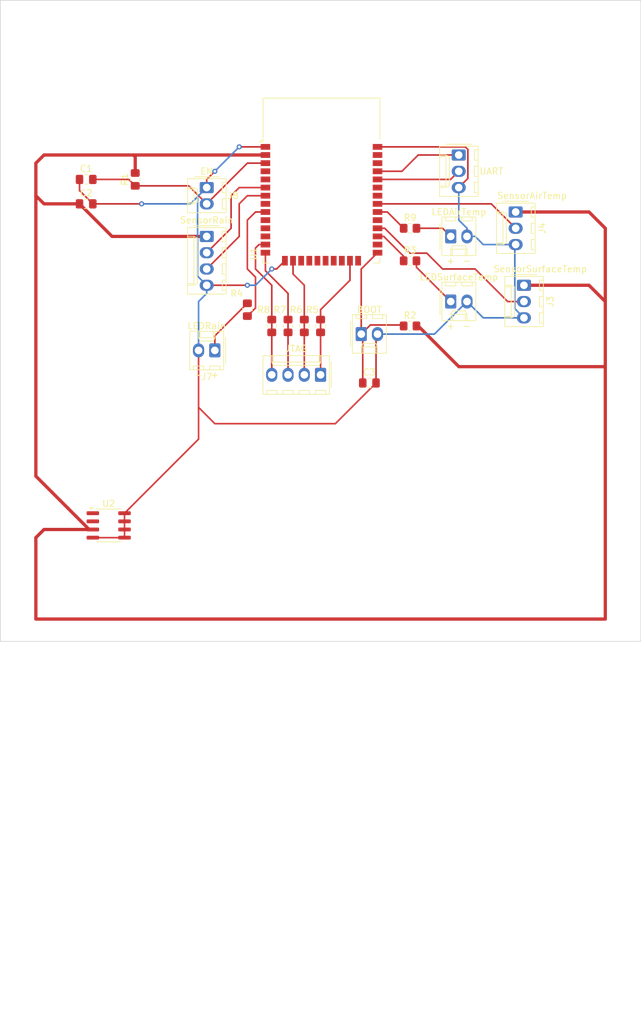
<source format=kicad_pcb>
(kicad_pcb (version 20241229) (generator "pcbnew") (generator_version "9.0")
  (layers (0 "F.Cu" signal) (2 "B.Cu" signal) (13 "F.Paste" user) (15 "B.Paste" user) (5 "F.SilkS" user "F.Silkscreen") (7 "B.SilkS" user "B.Silkscreen") (1 "F.Mask" user) (3 "B.Mask" user) (25 "Edge.Cuts" user))
  (net 0 "")
  (net 1 "GND")
  (net 2 "/EN")
  (net 3 "+3.3V")
  (net 4 "/BOOT")
  (net 5 "/TX")
  (net 6 "/RX")
  (net 7 "/MTDO")
  (net 8 "/MTCK")
  (net 9 "/MTDI")
  (net 10 "/MTMS")
  (net 11 "Net-(J6-Pin_1)")
  (net 12 "Net-(J7-Pin_1)")
  (net 27 "Net-(J10-Pin_1)")
  (net 28 "/DigitalRain")
  (net 29 "/GPIOTempSurface")
  (net 30 "/GPIOTempAir")
  (net 31 "/GPIOTempSurfaceLED")
  (net 32 "/GPIORainLED")
  (net 33 "/GPIOTempAirLED")
  (net 34 "/AnalogRain")
  (net 39 "Net-(D1-K)")
  (net 40 "/MOSFETCONTROL")
  (net 41 "+24V")
  (footprint "Connector_Molex:Molex_KK-254_AE-6410-04A_1x04_P2.54mm_Vertical" (layer "F.Cu") (at 128.27 80.01 -90)
    (property "Reference" "J2" (hide yes))
    (property "Value" "RainSensor")
    (property "Field4" "SensorRain" (at -2.54 0 0) (layer "F.SilkS"))
    (pad "1" thru_hole roundrect (at 0 0 270) (size 1.74 2.19) (drill 1.19) (layers "*.Cu" "*.Mask") (roundrect_rratio 0.143678) (net 3 "+3.3V"))
    (pad "2" thru_hole oval (at 2.54 0 270) (size 1.74 2.19) (drill 1.19) (layers "*.Cu" "*.Mask") (net 28 "/DigitalRain"))
    (pad "3" thru_hole oval (at 5.08 0 270) (size 1.74 2.19) (drill 1.19) (layers "*.Cu" "*.Mask") (net 34 "/AnalogRain"))
    (pad "4" thru_hole oval (at 7.62 0 270) (size 1.74 2.19) (drill 1.19) (layers "*.Cu" "*.Mask") (net 1 "GND"))
  )
  (footprint "Resistor_SMD:R_0805_2012Metric_Pad1.20x1.40mm_HandSolder" (layer "F.Cu") (at 160.02 93.98)
    (property "Reference" "R2" (at 0 -1.65 0) (layer "F.SilkS"))
    (property "Value" "10k")
    (pad "1" smd roundrect (at -1 0) (size 1.2 1.4) (layers "F.Cu" "F.Mask" "F.Paste") (roundrect_rratio 0.208333) (net 4 "/BOOT"))
    (pad "2" smd roundrect (at 1 0) (size 1.2 1.4) (layers "F.Cu" "F.Mask" "F.Paste") (roundrect_rratio 0.208333) (net 3 "+3.3V"))
  )
  (footprint "Connector_Molex:Molex_KK-254_AE-6410-02A_1x02_P2.54mm_Vertical" (layer "F.Cu") (at 129.54 97.79 180)
    (property "Reference" "J7" (at 1.27 -4.12 0) (layer "F.SilkS"))
    (property "Value" "RainSensor LED")
    (property "Field4" "LEDRain" (at 1.27 3.81 0) (layer "F.SilkS"))
    (property "Field5" "+" (at 0 -3.81 0) (layer "F.SilkS"))
    (property "Field6" "-" (at 2.54 -3.81 0) (layer "F.SilkS"))
    (pad "1" thru_hole roundrect (at 0 0 180) (size 1.74 2.19) (drill 1.19) (layers "*.Cu" "*.Mask") (roundrect_rratio 0.143678) (net 12 "Net-(J7-Pin_1)"))
    (pad "2" thru_hole oval (at 2.54 0 180) (size 1.74 2.19) (drill 1.19) (layers "*.Cu" "*.Mask") (net 1 "GND"))
  )
  (footprint "Connector_Molex:Molex_KK-254_AE-6410-03A_1x03_P2.54mm_Vertical" (layer "F.Cu") (at 177.8 87.63 -90)
    (property "Reference" "J3" (at 2.54 -4.12 90) (layer "F.SilkS"))
    (property "Value" "TemperatureSurface")
    (property "Field4" "SensorSurfaceTemp" (at -2.54 -2.54 0) (layer "F.SilkS"))
    (pad "1" thru_hole roundrect (at 0 0 270) (size 1.74 2.19) (drill 1.19) (layers "*.Cu" "*.Mask") (roundrect_rratio 0.143678) (net 3 "+3.3V"))
    (pad "2" thru_hole oval (at 2.54 0 270) (size 1.74 2.19) (drill 1.19) (layers "*.Cu" "*.Mask") (net 29 "/GPIOTempSurface"))
    (pad "3" thru_hole oval (at 5.08 0 270) (size 1.74 2.19) (drill 1.19) (layers "*.Cu" "*.Mask") (net 1 "GND"))
  )
  (footprint "Capacitor_SMD:C_0805_2012Metric_Pad1.18x1.45mm_HandSolder" (layer "F.Cu") (at 109.4525 71.12)
    (property "Reference" "C1" (at 0 -1.68 0) (layer "F.SilkS"))
    (property "Value" "1uF")
    (pad "1" smd roundrect (at -1.0375 0) (size 1.175 1.45) (layers "F.Cu" "F.Mask" "F.Paste") (roundrect_rratio 0.212766) (net 1 "GND"))
    (pad "2" smd roundrect (at 1.0375 0) (size 1.175 1.45) (layers "F.Cu" "F.Mask" "F.Paste") (roundrect_rratio 0.212766) (net 2 "/EN"))
  )
  (footprint "Resistor_SMD:R_0805_2012Metric_Pad1.20x1.40mm_HandSolder" (layer "F.Cu") (at 117.11 71.12 90)
    (property "Reference" "R1" (at 0 -1.65 90) (layer "F.SilkS"))
    (property "Value" "10k")
    (pad "1" smd roundrect (at -1 0 90) (size 1.2 1.4) (layers "F.Cu" "F.Mask" "F.Paste") (roundrect_rratio 0.208333) (net 2 "/EN"))
    (pad "2" smd roundrect (at 1 0 90) (size 1.2 1.4) (layers "F.Cu" "F.Mask" "F.Paste") (roundrect_rratio 0.208333) (net 3 "+3.3V"))
  )
  (footprint "Connector_Molex:Molex_KK-254_AE-6410-02A_1x02_P2.54mm_Vertical" (layer "F.Cu") (at 166.37 80.01)
    (property "Reference" "J10" (hide yes))
    (property "Value" "TempSensorAirLED")
    (property "Field4" "LEDAirTemp" (at 1.27 -3.81 0) (layer "F.SilkS"))
    (property "Field5" "+" (at 0 3.81 0) (layer "F.SilkS"))
    (property "Field6" "-" (at 2.54 3.81 0) (layer "F.SilkS"))
    (pad "1" thru_hole roundrect (at 0 0) (size 1.74 2.19) (drill 1.19) (layers "*.Cu" "*.Mask") (roundrect_rratio 0.143678) (net 27 "Net-(J10-Pin_1)"))
    (pad "2" thru_hole oval (at 2.54 0) (size 1.74 2.19) (drill 1.19) (layers "*.Cu" "*.Mask") (net 1 "GND"))
  )
  (footprint "Resistor_SMD:R_0805_2012Metric_Pad1.20x1.40mm_HandSolder" (layer "F.Cu") (at 146.05 93.98 90)
    (property "Reference" "R5" (at 2.54 -1.27 180) (layer "F.SilkS"))
    (property "Value" "100")
    (pad "1" smd roundrect (at -1 0 90) (size 1.2 1.4) (layers "F.Cu" "F.Mask" "F.Paste") (roundrect_rratio 0.208333) (net 7 "/MTDO"))
    (pad "2" smd roundrect (at 1 0 90) (size 1.2 1.4) (layers "F.Cu" "F.Mask" "F.Paste") (roundrect_rratio 0.208333) (net 7 "/MTDO"))
  )
  (footprint "Connector_Molex:Molex_KK-254_AE-6410-02A_1x02_P2.54mm_Vertical" (layer "F.Cu") (at 166.37 90.17)
    (property "Reference" "J6" (hide yes))
    (property "Value" "TempSensorSurfaceLED")
    (property "Field4" "LEDSurfaceTemp" (at 1.27 -3.81 0) (layer "F.SilkS"))
    (property "Field5" "+" (at 0 3.81 0) (layer "F.SilkS"))
    (property "Field6" "-" (at 2.54 3.81 0) (layer "F.SilkS"))
    (pad "1" thru_hole roundrect (at 0 0) (size 1.74 2.19) (drill 1.19) (layers "*.Cu" "*.Mask") (roundrect_rratio 0.143678) (net 11 "Net-(J6-Pin_1)"))
    (pad "2" thru_hole oval (at 2.54 0) (size 1.74 2.19) (drill 1.19) (layers "*.Cu" "*.Mask") (net 1 "GND"))
  )
  (footprint "Connector_Molex:Molex_KK-254_AE-6410-03A_1x03_P2.54mm_Vertical" (layer "F.Cu") (at 176.51 76.2 -90)
    (property "Reference" "J4" (at 2.54 -4.12 90) (layer "F.SilkS"))
    (property "Value" "TemperatureAir" (hide yes))
    (property "Field4" "SensorAirTemp" (at -2.54 -2.56 0) (layer "F.SilkS"))
    (pad "1" thru_hole roundrect (at 0 0 270) (size 1.74 2.19) (drill 1.19) (layers "*.Cu" "*.Mask") (roundrect_rratio 0.143678) (net 3 "+3.3V"))
    (pad "2" thru_hole oval (at 2.54 0 270) (size 1.74 2.19) (drill 1.19) (layers "*.Cu" "*.Mask") (net 30 "/GPIOTempAir"))
    (pad "3" thru_hole oval (at 5.08 0 270) (size 1.74 2.19) (drill 1.19) (layers "*.Cu" "*.Mask") (net 1 "GND"))
  )
  (footprint "Connector_Molex:Molex_KK-254_AE-6410-02A_1x02_P2.54mm_Vertical" (layer "F.Cu") (at 128.27 72.39 -90)
    (property "Reference" "J8" (at 1.27 -4.12 180) (layer "F.SilkS"))
    (property "Value" "EN_BUTTON")
    (property "Field4" "EN" (at -2.54 0 0) (layer "F.SilkS"))
    (pad "1" thru_hole roundrect (at 0 0 270) (size 1.74 2.19) (drill 1.19) (layers "*.Cu" "*.Mask") (roundrect_rratio 0.143678) (net 1 "GND"))
    (pad "2" thru_hole oval (at 2.54 0 270) (size 1.74 2.19) (drill 1.19) (layers "*.Cu" "*.Mask") (net 2 "/EN"))
  )
  (footprint "Resistor_SMD:R_0805_2012Metric_Pad1.20x1.40mm_HandSolder" (layer "F.Cu") (at 140.97 93.98 90)
    (property "Reference" "R7" (at 2.54 -1.27 180) (layer "F.SilkS"))
    (property "Value" "100")
    (pad "1" smd roundrect (at -1 0 90) (size 1.2 1.4) (layers "F.Cu" "F.Mask" "F.Paste") (roundrect_rratio 0.208333) (net 9 "/MTDI"))
    (pad "2" smd roundrect (at 1 0 90) (size 1.2 1.4) (layers "F.Cu" "F.Mask" "F.Paste") (roundrect_rratio 0.208333) (net 9 "/MTDI"))
  )
  (footprint "Resistor_SMD:R_0805_2012Metric_Pad1.20x1.40mm_HandSolder" (layer "F.Cu") (at 160.02 78.74)
    (property "Reference" "R9" (at 0 -1.65 0) (layer "F.SilkS"))
    (property "Value" "220")
    (pad "1" smd roundrect (at -1 0) (size 1.2 1.4) (layers "F.Cu" "F.Mask" "F.Paste") (roundrect_rratio 0.208333) (net 33 "/GPIOTempAirLED"))
    (pad "2" smd roundrect (at 1 0) (size 1.2 1.4) (layers "F.Cu" "F.Mask" "F.Paste") (roundrect_rratio 0.208333) (net 27 "Net-(J10-Pin_1)"))
  )
  (footprint "RF_Module:ESP32-WROOM-32" (layer "F.Cu") (at 146.19 74.29)
    (property "Reference" "U1" (at -10.61 8.43 90) (layer "F.SilkS"))
    (property "Value" "ESP32-WROOM-32")
    (pad "1" smd rect (at -8.75 -8.25) (size 1.5 0.9) (layers "F.Cu" "F.Mask" "F.Paste") (net 1 "GND"))
    (pad "2" smd rect (at -8.75 -6.98) (size 1.5 0.9) (layers "F.Cu" "F.Mask" "F.Paste") (net 3 "+3.3V"))
    (pad "3" smd rect (at -8.75 -5.71) (size 1.5 0.9) (layers "F.Cu" "F.Mask" "F.Paste") (net 2 "/EN"))
    (pad "4" smd rect (at -8.75 -4.44) (size 1.5 0.9) (layers "F.Cu" "F.Mask" "F.Paste"))
    (pad "5" smd rect (at -8.75 -3.17) (size 1.5 0.9) (layers "F.Cu" "F.Mask" "F.Paste"))
    (pad "6" smd rect (at -8.75 -1.9) (size 1.5 0.9) (layers "F.Cu" "F.Mask" "F.Paste") (net 28 "/DigitalRain"))
    (pad "7" smd rect (at -8.75 -0.63) (size 1.5 0.9) (layers "F.Cu" "F.Mask" "F.Paste") (net 34 "/AnalogRain"))
    (pad "8" smd rect (at -8.75 0.64) (size 1.5 0.9) (layers "F.Cu" "F.Mask" "F.Paste"))
    (pad "9" smd rect (at -8.75 1.91) (size 1.5 0.9) (layers "F.Cu" "F.Mask" "F.Paste") (net 32 "/GPIORainLED"))
    (pad "10" smd rect (at -8.75 3.18) (size 1.5 0.9) (layers "F.Cu" "F.Mask" "F.Paste"))
    (pad "11" smd rect (at -8.75 4.45) (size 1.5 0.9) (layers "F.Cu" "F.Mask" "F.Paste") (net 40 "/MOSFETCONTROL"))
    (pad "12" smd rect (at -8.75 5.72) (size 1.5 0.9) (layers "F.Cu" "F.Mask" "F.Paste"))
    (pad "13" smd rect (at -8.75 6.99) (size 1.5 0.9) (layers "F.Cu" "F.Mask" "F.Paste") (net 10 "/MTMS"))
    (pad "14" smd rect (at -8.75 8.26) (size 1.5 0.9) (layers "F.Cu" "F.Mask" "F.Paste") (net 9 "/MTDI"))
    (pad "15" smd rect (at -5.71 9.51 90) (size 1.5 0.9) (layers "F.Cu" "F.Mask" "F.Paste") (net 1 "GND"))
    (pad "16" smd rect (at -4.44 9.51 90) (size 1.5 0.9) (layers "F.Cu" "F.Mask" "F.Paste") (net 8 "/MTCK"))
    (pad "17" smd rect (at -3.17 9.51 90) (size 1.5 0.9) (layers "F.Cu" "F.Mask" "F.Paste"))
    (pad "18" smd rect (at -1.9 9.51 90) (size 1.5 0.9) (layers "F.Cu" "F.Mask" "F.Paste"))
    (pad "19" smd rect (at -0.63 9.51 90) (size 1.5 0.9) (layers "F.Cu" "F.Mask" "F.Paste"))
    (pad "20" smd rect (at 0.64 9.51 90) (size 1.5 0.9) (layers "F.Cu" "F.Mask" "F.Paste"))
    (pad "21" smd rect (at 1.91 9.51 90) (size 1.5 0.9) (layers "F.Cu" "F.Mask" "F.Paste"))
    (pad "22" smd rect (at 3.18 9.51 90) (size 1.5 0.9) (layers "F.Cu" "F.Mask" "F.Paste"))
    (pad "23" smd rect (at 4.45 9.51 90) (size 1.5 0.9) (layers "F.Cu" "F.Mask" "F.Paste") (net 7 "/MTDO"))
    (pad "24" smd rect (at 5.72 9.51 90) (size 1.5 0.9) (layers "F.Cu" "F.Mask" "F.Paste"))
    (pad "25" smd rect (at 8.75 8.26) (size 1.5 0.9) (layers "F.Cu" "F.Mask" "F.Paste") (net 4 "/BOOT"))
    (pad "26" smd rect (at 8.75 6.99) (size 1.5 0.9) (layers "F.Cu" "F.Mask" "F.Paste"))
    (pad "27" smd rect (at 8.75 5.72) (size 1.5 0.9) (layers "F.Cu" "F.Mask" "F.Paste") (net 31 "/GPIOTempSurfaceLED"))
    (pad "28" smd rect (at 8.75 4.45) (size 1.5 0.9) (layers "F.Cu" "F.Mask" "F.Paste") (net 29 "/GPIOTempSurface"))
    (pad "29" smd rect (at 8.75 3.18) (size 1.5 0.9) (layers "F.Cu" "F.Mask" "F.Paste"))
    (pad "30" smd rect (at 8.75 1.91) (size 1.5 0.9) (layers "F.Cu" "F.Mask" "F.Paste") (net 33 "/GPIOTempAirLED"))
    (pad "31" smd rect (at 8.75 0.64) (size 1.5 0.9) (layers "F.Cu" "F.Mask" "F.Paste") (net 30 "/GPIOTempAir"))
    (pad "32" smd rect (at 8.75 -0.63) (size 1.5 0.9) (layers "F.Cu" "F.Mask" "F.Paste"))
    (pad "33" smd rect (at 8.75 -1.9) (size 1.5 0.9) (layers "F.Cu" "F.Mask" "F.Paste"))
    (pad "34" smd rect (at 8.75 -3.17) (size 1.5 0.9) (layers "F.Cu" "F.Mask" "F.Paste") (net 6 "/RX"))
    (pad "35" smd rect (at 8.75 -4.44) (size 1.5 0.9) (layers "F.Cu" "F.Mask" "F.Paste") (net 5 "/TX"))
    (pad "36" smd rect (at 8.75 -5.71) (size 1.5 0.9) (layers "F.Cu" "F.Mask" "F.Paste"))
    (pad "37" smd rect (at 8.75 -6.98) (size 1.5 0.9) (layers "F.Cu" "F.Mask" "F.Paste"))
    (pad "38" smd rect (at 8.75 -8.25) (size 1.5 0.9) (layers "F.Cu" "F.Mask" "F.Paste") (net 1 "GND"))
  )
  (footprint "Connector_Molex:Molex_KK-254_AE-6410-04A_1x04_P2.54mm_Vertical" (layer "F.Cu") (at 146.05 101.6 180)
    (property "Reference" "J5" (hide yes))
    (property "Value" "JTAG" (at 3.81 4.08 0) (layer "F.SilkS"))
    (pad "1" thru_hole roundrect (at 0 0 180) (size 1.74 2.19) (drill 1.19) (layers "*.Cu" "*.Mask") (roundrect_rratio 0.143678) (net 7 "/MTDO"))
    (pad "2" thru_hole oval (at 2.54 0 180) (size 1.74 2.19) (drill 1.19) (layers "*.Cu" "*.Mask") (net 8 "/MTCK"))
    (pad "3" thru_hole oval (at 5.08 0 180) (size 1.74 2.19) (drill 1.19) (layers "*.Cu" "*.Mask") (net 9 "/MTDI"))
    (pad "4" thru_hole oval (at 7.62 0 180) (size 1.74 2.19) (drill 1.19) (layers "*.Cu" "*.Mask") (net 10 "/MTMS"))
  )
  (footprint "Resistor_SMD:R_0805_2012Metric_Pad1.20x1.40mm_HandSolder" (layer "F.Cu") (at 138.43 93.98 90)
    (property "Reference" "R8" (at 2.54 -1.27 180) (layer "F.SilkS"))
    (property "Value" "100")
    (pad "1" smd roundrect (at -1 0 90) (size 1.2 1.4) (layers "F.Cu" "F.Mask" "F.Paste") (roundrect_rratio 0.208333) (net 10 "/MTMS"))
    (pad "2" smd roundrect (at 1 0 90) (size 1.2 1.4) (layers "F.Cu" "F.Mask" "F.Paste") (roundrect_rratio 0.208333) (net 10 "/MTMS"))
  )
  (footprint "Capacitor_SMD:C_0805_2012Metric_Pad1.18x1.45mm_HandSolder" (layer "F.Cu") (at 153.67 102.87)
    (property "Reference" "C3" (at 0 -1.68 0) (layer "F.SilkS"))
    (property "Value" "1uF")
    (pad "1" smd roundrect (at -1.0375 0) (size 1.175 1.45) (layers "F.Cu" "F.Mask" "F.Paste") (roundrect_rratio 0.212766) (net 4 "/BOOT"))
    (pad "2" smd roundrect (at 1.0375 0) (size 1.175 1.45) (layers "F.Cu" "F.Mask" "F.Paste") (roundrect_rratio 0.212766) (net 1 "GND"))
  )
  (footprint "Resistor_SMD:R_0805_2012Metric_Pad1.20x1.40mm_HandSolder" (layer "F.Cu") (at 160.02 83.82)
    (property "Reference" "R3" (at 0 -1.65 0) (layer "F.SilkS"))
    (property "Value" "220")
    (pad "1" smd roundrect (at -1 0) (size 1.2 1.4) (layers "F.Cu" "F.Mask" "F.Paste") (roundrect_rratio 0.208333) (net 31 "/GPIOTempSurfaceLED"))
    (pad "2" smd roundrect (at 1 0) (size 1.2 1.4) (layers "F.Cu" "F.Mask" "F.Paste") (roundrect_rratio 0.208333) (net 11 "Net-(J6-Pin_1)"))
  )
  (footprint "Resistor_SMD:R_0805_2012Metric_Pad1.20x1.40mm_HandSolder" (layer "F.Cu") (at 143.51 93.98 90)
    (property "Reference" "R6" (at 2.54 -1.27 180) (layer "F.SilkS"))
    (property "Value" "100")
    (pad "1" smd roundrect (at -1 0 90) (size 1.2 1.4) (layers "F.Cu" "F.Mask" "F.Paste") (roundrect_rratio 0.208333) (net 8 "/MTCK"))
    (pad "2" smd roundrect (at 1 0 90) (size 1.2 1.4) (layers "F.Cu" "F.Mask" "F.Paste") (roundrect_rratio 0.208333) (net 8 "/MTCK"))
  )
  (footprint "Capacitor_SMD:C_0805_2012Metric_Pad1.18x1.45mm_HandSolder" (layer "F.Cu") (at 109.4525 74.93)
    (property "Reference" "C2" (at 0 -1.68 0) (layer "F.SilkS"))
    (property "Value" "1uF")
    (pad "1" smd roundrect (at -1.0375 0) (size 1.175 1.45) (layers "F.Cu" "F.Mask" "F.Paste") (roundrect_rratio 0.212766) (net 3 "+3.3V"))
    (pad "2" smd roundrect (at 1.0375 0) (size 1.175 1.45) (layers "F.Cu" "F.Mask" "F.Paste") (roundrect_rratio 0.212766) (net 1 "GND"))
  )
  (footprint "Connector_Molex:Molex_KK-254_AE-6410-02A_1x02_P2.54mm_Vertical" (layer "F.Cu") (at 152.4 95.25)
    (property "Reference" "J9" (hide yes))
    (property "Value" "BOOT_BUTTON")
    (property "Field4" "BOOT" (at 1.27 -3.81 0) (layer "F.SilkS"))
    (pad "1" thru_hole roundrect (at 0 0) (size 1.74 2.19) (drill 1.19) (layers "*.Cu" "*.Mask") (roundrect_rratio 0.143678) (net 4 "/BOOT"))
    (pad "2" thru_hole oval (at 2.54 0) (size 1.74 2.19) (drill 1.19) (layers "*.Cu" "*.Mask") (net 1 "GND"))
  )
  (footprint "Package_SO:SOIC-8_3.9x4.9mm_P1.27mm" (layer "F.Cu") (at 112.965 125.095)
    (property "Reference" "U2" (at 0 -3.4 0) (layer "F.SilkS"))
    (property "Value" "XL1509-3.3")
    (pad "1" smd roundrect (at -2.475 -1.905) (size 1.95 0.6) (layers "F.Cu" "F.Mask" "F.Paste") (net 41 "+24V"))
    (pad "2" smd roundrect (at -2.475 -0.635) (size 1.95 0.6) (layers "F.Cu" "F.Mask" "F.Paste") (net 39 "Net-(D1-K)"))
    (pad "3" smd roundrect (at -2.475 0.635) (size 1.95 0.6) (layers "F.Cu" "F.Mask" "F.Paste") (net 3 "+3.3V"))
    (pad "4" smd roundrect (at -2.475 1.905) (size 1.95 0.6) (layers "F.Cu" "F.Mask" "F.Paste") (net 1 "GND"))
    (pad "5" smd roundrect (at 2.475 1.905) (size 1.95 0.6) (layers "F.Cu" "F.Mask" "F.Paste") (net 1 "GND"))
    (pad "6" smd roundrect (at 2.475 0.635) (size 1.95 0.6) (layers "F.Cu" "F.Mask" "F.Paste") (net 1 "GND"))
    (pad "7" smd roundrect (at 2.475 -0.635) (size 1.95 0.6) (layers "F.Cu" "F.Mask" "F.Paste") (net 1 "GND"))
    (pad "8" smd roundrect (at 2.475 -1.905) (size 1.95 0.6) (layers "F.Cu" "F.Mask" "F.Paste") (net 1 "GND"))
  )
  (footprint "Connector_Molex:Molex_KK-254_AE-6410-03A_1x03_P2.54mm_Vertical" (layer "F.Cu") (at 167.62 67.31 -90)
    (property "Reference" "J1" (hide yes))
    (property "Value" "UART")
    (property "Field4" "UART" (at 2.54 -5.1 0) (layer "F.SilkS"))
    (pad "1" thru_hole roundrect (at 0 0 270) (size 1.74 2.19) (drill 1.19) (layers "*.Cu" "*.Mask") (roundrect_rratio 0.143678) (net 5 "/TX"))
    (pad "2" thru_hole oval (at 2.54 0 270) (size 1.74 2.19) (drill 1.19) (layers "*.Cu" "*.Mask") (net 6 "/RX"))
    (pad "3" thru_hole oval (at 5.08 0 270) (size 1.74 2.19) (drill 1.19) (layers "*.Cu" "*.Mask") (net 1 "GND"))
  )
  (footprint "Resistor_SMD:R_0805_2012Metric_Pad1.20x1.40mm_HandSolder" (layer "F.Cu") (at 134.62 91.44 90)
    (property "Reference" "R4" (at 2.54 -1.65 180) (layer "F.SilkS"))
    (property "Value" "220")
    (pad "1" smd roundrect (at -1 0 90) (size 1.2 1.4) (layers "F.Cu" "F.Mask" "F.Paste") (roundrect_rratio 0.208333) (net 32 "/GPIORainLED"))
    (pad "2" smd roundrect (at 1 0 90) (size 1.2 1.4) (layers "F.Cu" "F.Mask" "F.Paste") (roundrect_rratio 0.208333) (net 12 "Net-(J7-Pin_1)"))
  )
  (gr_rect (start 96.05 43.18) (end 196.05 143.18) (stroke (width 0.1)) (fill no) (layer "Edge.Cuts"))
  (segment (start 115.44 124.59) (end 115.44 125.73) (width 0.25) (layer "F.Cu") (net 1))
  (segment (start 133.35 66.04) (end 137.44 66.04) (width 0.254) (layer "F.Cu") (net 1))
  (segment (start 128.27 71.12) (end 129.54 69.85) (width 0.254) (layer "F.Cu") (net 1))
  (segment (start 167.62 72.39) (end 169.043 70.967) (width 0.254) (layer "F.Cu") (net 1))
  (segment (start 139.19 85.09) (end 140.48 83.8) (width 0.254) (layer "F.Cu") (net 1))
  (segment (start 127 111.63) (end 127 106.68) (width 0.254) (layer "F.Cu") (net 1))
  (segment (start 154.7075 95.4825) (end 154.94 95.25) (width 0.254) (layer "F.Cu") (net 1))
  (segment (start 115.44 127) (end 110.49 127) (width 0.25) (layer "F.Cu") (net 1))
  (segment (start 169.043 66.443658) (end 168.639342 66.04) (width 0.254) (layer "F.Cu") (net 1))
  (segment (start 108.415 71.12) (end 108.415 72.855) (width 0.254) (layer "F.Cu") (net 1))
  (segment (start 129.54 109.22) (end 127 106.68) (width 0.254) (layer "F.Cu") (net 1))
  (segment (start 127 97.79) (end 127 106.68) (width 0.254) (layer "F.Cu") (net 1))
  (segment (start 148.3575 109.22) (end 129.54 109.22) (width 0.254) (layer "F.Cu") (net 1))
  (segment (start 154.7075 102.87) (end 148.3575 109.22) (width 0.254) (layer "F.Cu") (net 1))
  (segment (start 115.44 124.46) (end 115.57 124.46) (width 0.25) (layer "F.Cu") (net 1))
  (segment (start 110.49 74.93) (end 118.11 74.93) (width 0.254) (layer "F.Cu") (net 1))
  (segment (start 115.44 127) (end 115.44 125.73) (width 0.25) (layer "F.Cu") (net 1))
  (segment (start 154.7075 102.87) (end 154.7075 95.4825) (width 0.254) (layer "F.Cu") (net 1))
  (segment (start 138.43 85.09) (end 139.19 85.09) (width 0.254) (layer "F.Cu") (net 1))
  (segment (start 108.415 72.855) (end 110.49 74.93) (width 0.254) (layer "F.Cu") (net 1))
  (segment (start 115.44 123.19) (end 115.44 124.46) (width 0.254) (layer "F.Cu") (net 1))
  (segment (start 115.57 124.46) (end 115.44 124.59) (width 0.25) (layer "F.Cu") (net 1))
  (segment (start 154.94 95.25) (end 155.745 95.25) (width 0.254) (layer "F.Cu") (net 1))
  (segment (start 115.44 123.19) (end 127 111.63) (width 0.254) (layer "F.Cu") (net 1))
  (segment (start 169.043 70.967) (end 169.043 66.443658) (width 0.254) (layer "F.Cu") (net 1))
  (segment (start 128.27 87.63) (end 134.62 87.63) (width 0.254) (layer "F.Cu") (net 1))
  (segment (start 128.27 72.39) (end 128.27 71.12) (width 0.254) (layer "F.Cu") (net 1))
  (segment (start 168.639342 66.04) (end 154.94 66.04) (width 0.254) (layer "F.Cu") (net 1))
  (via (at 134.62 87.63) (size 0.8) (drill 0.4) (layers "F.Cu" "B.Cu") (net 1))
  (via (at 129.54 69.85) (size 0.8) (drill 0.4) (layers "F.Cu" "B.Cu") (net 1))
  (via (at 118.11 74.93) (size 0.8) (drill 0.4) (layers "F.Cu" "B.Cu") (net 1))
  (via (at 138.43 85.09) (size 0.8) (drill 0.4) (layers "F.Cu" "B.Cu") (net 1))
  (via (at 133.35 66.04) (size 0.8) (drill 0.4) (layers "F.Cu" "B.Cu") (net 1))
  (segment (start 135.89 87.63) (end 138.43 85.09) (width 0.254) (layer "B.Cu") (net 1))
  (segment (start 171.45 81.28) (end 176.51 81.28) (width 0.254) (layer "B.Cu") (net 1))
  (segment (start 170.18 80.01) (end 171.45 81.28) (width 0.254) (layer "B.Cu") (net 1))
  (segment (start 171.45 92.71) (end 168.91 90.17) (width 0.254) (layer "B.Cu") (net 1))
  (segment (start 134.62 87.63) (end 135.89 87.63) (width 0.254) (layer "B.Cu") (net 1))
  (segment (start 163.83 95.25) (end 168.91 90.17) (width 0.254) (layer "B.Cu") (net 1))
  (segment (start 129.54 69.85) (end 133.35 66.04) (width 0.254) (layer "B.Cu") (net 1))
  (segment (start 127 90.17) (end 127 97.79) (width 0.254) (layer "B.Cu") (net 1))
  (segment (start 127 73.66) (end 126.847 73.813) (width 0.254) (layer "B.Cu") (net 1))
  (segment (start 168.91 78.74) (end 167.62 77.45) (width 0.254) (layer "B.Cu") (net 1))
  (segment (start 128.27 87.63) (end 128.27 88.9) (width 0.254) (layer "B.Cu") (net 1))
  (segment (start 177.8 92.71) (end 171.45 92.71) (width 0.254) (layer "B.Cu") (net 1))
  (segment (start 126.847 86.207) (end 128.27 87.63) (width 0.254) (layer "B.Cu") (net 1))
  (segment (start 176.377 91.287) (end 177.8 92.71) (width 0.254) (layer "B.Cu") (net 1))
  (segment (start 168.91 80.01) (end 168.91 78.74) (width 0.254) (layer "B.Cu") (net 1))
  (segment (start 167.62 77.45) (end 167.62 72.39) (width 0.254) (layer "B.Cu") (net 1))
  (segment (start 128.27 72.39) (end 127 73.66) (width 0.254) (layer "B.Cu") (net 1))
  (segment (start 154.94 95.25) (end 163.83 95.25) (width 0.254) (layer "B.Cu") (net 1))
  (segment (start 176.377 81.413) (end 176.377 91.287) (width 0.254) (layer "B.Cu") (net 1))
  (segment (start 125.73 74.93) (end 127 73.66) (width 0.254) (layer "B.Cu") (net 1))
  (segment (start 168.91 80.01) (end 170.18 80.01) (width 0.254) (layer "B.Cu") (net 1))
  (segment (start 118.11 74.93) (end 125.73 74.93) (width 0.254) (layer "B.Cu") (net 1))
  (segment (start 128.27 88.9) (end 127 90.17) (width 0.254) (layer "B.Cu") (net 1))
  (segment (start 176.51 81.28) (end 176.377 81.413) (width 0.254) (layer "B.Cu") (net 1))
  (segment (start 126.847 73.813) (end 126.847 86.207) (width 0.254) (layer "B.Cu") (net 1))
  (segment (start 110.49 71.12) (end 116.11 71.12) (width 0.254) (layer "F.Cu") (net 2))
  (segment (start 116.11 71.12) (end 117.11 72.12) (width 0.254) (layer "F.Cu") (net 2))
  (segment (start 117.11 72.12) (end 125.46 72.12) (width 0.254) (layer "F.Cu") (net 2))
  (segment (start 125.46 72.12) (end 128.27 74.93) (width 0.254) (layer "F.Cu") (net 2))
  (segment (start 128.27 74.93) (end 134.62 68.58) (width 0.254) (layer "F.Cu") (net 2))
  (segment (start 134.62 68.58) (end 137.44 68.58) (width 0.254) (layer "F.Cu") (net 2))
  (segment (start 190.5 100.33) (end 167.64 100.33) (width 0.508) (layer "F.Cu") (net 3))
  (segment (start 190.5 139.7) (end 190.5 100.33) (width 0.508) (layer "F.Cu") (net 3))
  (segment (start 190.5 100.33) (end 190.5 90.17) (width 0.508) (layer "F.Cu") (net 3))
  (segment (start 115.57 67.31) (end 116.84 67.31) (width 0.508) (layer "F.Cu") (net 3))
  (segment (start 190.5 78.74) (end 187.96 76.2) (width 0.508) (layer "F.Cu") (net 3))
  (segment (start 102.87 74.93) (end 108.415 74.93) (width 0.508) (layer "F.Cu") (net 3))
  (segment (start 101.6 139.7) (end 190.5 139.7) (width 0.508) (layer "F.Cu") (net 3))
  (segment (start 101.6 117.404756) (end 101.6 73.66) (width 0.508) (layer "F.Cu") (net 3))
  (segment (start 187.96 87.63) (end 177.8 87.63) (width 0.508) (layer "F.Cu") (net 3))
  (segment (start 113.495 80.01) (end 128.27 80.01) (width 0.508) (layer "F.Cu") (net 3))
  (segment (start 117.11 70.12) (end 117.11 67.58) (width 0.508) (layer "F.Cu") (net 3))
  (segment (start 109.925244 125.73) (end 101.6 117.404756) (width 0.508) (layer "F.Cu") (net 3))
  (segment (start 167.64 100.33) (end 161.29 93.98) (width 0.508) (layer "F.Cu") (net 3))
  (segment (start 101.6 127) (end 101.6 139.7) (width 0.508) (layer "F.Cu") (net 3))
  (segment (start 117.11 67.58) (end 116.84 67.31) (width 0.508) (layer "F.Cu") (net 3))
  (segment (start 161.29 93.98) (end 161.02 93.98) (width 0.508) (layer "F.Cu") (net 3))
  (segment (start 101.6 68.58) (end 102.87 67.31) (width 0.508) (layer "F.Cu") (net 3))
  (segment (start 102.87 67.31) (end 115.57 67.31) (width 0.508) (layer "F.Cu") (net 3))
  (segment (start 101.6 73.66) (end 101.6 68.58) (width 0.508) (layer "F.Cu") (net 3))
  (segment (start 116.84 67.31) (end 137.44 67.31) (width 0.508) (layer "F.Cu") (net 3))
  (segment (start 108.415 74.93) (end 113.495 80.01) (width 0.508) (layer "F.Cu") (net 3))
  (segment (start 190.5 90.17) (end 187.96 87.63) (width 0.508) (layer "F.Cu") (net 3))
  (segment (start 102.87 125.73) (end 101.6 127) (width 0.508) (layer "F.Cu") (net 3))
  (segment (start 101.6 73.66) (end 102.87 74.93) (width 0.508) (layer "F.Cu") (net 3))
  (segment (start 187.96 76.2) (end 176.51 76.2) (width 0.508) (layer "F.Cu") (net 3))
  (segment (start 190.5 90.17) (end 190.5 78.74) (width 0.508) (layer "F.Cu") (net 3))
  (segment (start 110.49 125.73) (end 102.87 125.73) (width 0.508) (layer "F.Cu") (net 3))
  (segment (start 110.49 125.73) (end 109.925244 125.73) (width 0.508) (layer "F.Cu") (net 3))
  (segment (start 152.6325 102.87) (end 152.6325 95.4825) (width 0.254) (layer "F.Cu") (net 4))
  (segment (start 152.4 95.25) (end 152.4 85.09) (width 0.254) (layer "F.Cu") (net 4))
  (segment (start 153.823 93.827) (end 152.4 95.25) (width 0.254) (layer "F.Cu") (net 4))
  (segment (start 158.597 93.827) (end 153.823 93.827) (width 0.254) (layer "F.Cu") (net 4))
  (segment (start 152.6325 95.4825) (end 152.4 95.25) (width 0.254) (layer "F.Cu") (net 4))
  (segment (start 152.4 85.09) (end 154.94 82.55) (width 0.254) (layer "F.Cu") (net 4))
  (segment (start 159.02 93.98) (end 158.75 93.98) (width 0.254) (layer "F.Cu") (net 4))
  (segment (start 158.75 93.98) (end 158.597 93.827) (width 0.254) (layer "F.Cu") (net 4))
  (segment (start 158.75 69.85) (end 154.94 69.85) (width 0.254) (layer "F.Cu") (net 5))
  (segment (start 167.62 67.31) (end 161.29 67.31) (width 0.254) (layer "F.Cu") (net 5))
  (segment (start 161.29 67.31) (end 158.75 69.85) (width 0.254) (layer "F.Cu") (net 5))
  (segment (start 167.62 69.85) (end 166.35 71.12) (width 0.254) (layer "F.Cu") (net 6))
  (segment (start 166.35 71.12) (end 154.94 71.12) (width 0.254) (layer "F.Cu") (net 6))
  (segment (start 146.05 92.98) (end 146.05 91.44) (width 0.254) (layer "F.Cu") (net 7))
  (segment (start 150.64 86.85) (end 150.64 83.8) (width 0.254) (layer "F.Cu") (net 7))
  (segment (start 146.05 91.44) (end 150.64 86.85) (width 0.254) (layer "F.Cu") (net 7))
  (segment (start 146.05 101.6) (end 146.05 94.98) (width 0.254) (layer "F.Cu") (net 7))
  (segment (start 146.05 94.98) (end 146.05 92.98) (width 0.254) (layer "F.Cu") (net 7))
  (segment (start 143.51 101.6) (end 143.51 94.98) (width 0.254) (layer "F.Cu") (net 8))
  (segment (start 143.51 87.63) (end 141.75 85.87) (width 0.254) (layer "F.Cu") (net 8))
  (segment (start 141.75 85.87) (end 141.75 83.8) (width 0.254) (layer "F.Cu") (net 8))
  (segment (start 143.51 92.98) (end 143.51 87.63) (width 0.254) (layer "F.Cu") (net 8))
  (segment (start 143.51 94.98) (end 143.51 92.98) (width 0.254) (layer "F.Cu") (net 8))
  (segment (start 140.97 88.9) (end 137.44 85.37) (width 0.254) (layer "F.Cu") (net 9))
  (segment (start 140.97 94.98) (end 140.97 92.98) (width 0.254) (layer "F.Cu") (net 9))
  (segment (start 140.97 92.98) (end 140.97 88.9) (width 0.254) (layer "F.Cu") (net 9))
  (segment (start 137.44 85.37) (end 137.44 82.55) (width 0.254) (layer "F.Cu") (net 9))
  (segment (start 140.97 101.6) (end 140.97 94.98) (width 0.254) (layer "F.Cu") (net 9))
  (segment (start 138.43 87.63) (end 135.89 85.09) (width 0.254) (layer "F.Cu") (net 10))
  (segment (start 138.43 94.98) (end 138.43 92.98) (width 0.254) (layer "F.Cu") (net 10))
  (segment (start 135.89 85.09) (end 135.89 81.826) (width 0.254) (layer "F.Cu") (net 10))
  (segment (start 136.436 81.28) (end 137.44 81.28) (width 0.254) (layer "F.Cu") (net 10))
  (segment (start 138.43 92.98) (end 138.43 87.63) (width 0.254) (layer "F.Cu") (net 10))
  (segment (start 138.43 101.6) (end 138.43 94.98) (width 0.254) (layer "F.Cu") (net 10))
  (segment (start 135.89 81.826) (end 136.436 81.28) (width 0.254) (layer "F.Cu") (net 10))
  (segment (start 161.02 83.82) (end 161.02 84.82) (width 0.254) (layer "F.Cu") (net 11))
  (segment (start 161.02 84.82) (end 166.37 90.17) (width 0.254) (layer "F.Cu") (net 11))
  (segment (start 129.54 95.52) (end 134.62 90.44) (width 0.254) (layer "F.Cu") (net 12))
  (segment (start 129.54 97.79) (end 129.54 95.52) (width 0.254) (layer "F.Cu") (net 12))
  (segment (start 165.1 78.74) (end 166.37 80.01) (width 0.254) (layer "F.Cu") (net 27))
  (segment (start 161.02 78.74) (end 165.1 78.74) (width 0.254) (layer "F.Cu") (net 27))
  (segment (start 133.35 72.39) (end 137.44 72.39) (width 0.254) (layer "F.Cu") (net 28))
  (segment (start 132.08 73.66) (end 133.35 72.39) (width 0.254) (layer "F.Cu") (net 28))
  (segment (start 128.27 82.55) (end 132.08 78.74) (width 0.254) (layer "F.Cu") (net 28))
  (segment (start 132.08 78.74) (end 132.08 73.66) (width 0.254) (layer "F.Cu") (net 28))
  (segment (start 165.1 85.09) (end 162.632 82.622) (width 0.254) (layer "F.Cu") (net 29))
  (segment (start 177.8 90.17) (end 175.26 90.17) (width 0.254) (layer "F.Cu") (net 29))
  (segment (start 175.26 90.17) (end 170.18 85.09) (width 0.254) (layer "F.Cu") (net 29))
  (segment (start 156.066 78.74) (end 154.94 78.74) (width 0.254) (layer "F.Cu") (net 29))
  (segment (start 170.18 85.09) (end 165.1 85.09) (width 0.254) (layer "F.Cu") (net 29))
  (segment (start 162.632 82.622) (end 159.948 82.622) (width 0.254) (layer "F.Cu") (net 29))
  (segment (start 159.948 82.622) (end 156.066 78.74) (width 0.254) (layer "F.Cu") (net 29))
  (segment (start 172.7 74.93) (end 154.94 74.93) (width 0.254) (layer "F.Cu") (net 30))
  (segment (start 176.51 78.74) (end 172.7 74.93) (width 0.254) (layer "F.Cu") (net 30))
  (segment (start 159.02 83.82) (end 159.02 83.12) (width 0.254) (layer "F.Cu") (net 31))
  (segment (start 155.91 80.01) (end 154.94 80.01) (width 0.254) (layer "F.Cu") (net 31))
  (segment (start 159.02 83.12) (end 155.91 80.01) (width 0.254) (layer "F.Cu") (net 31))
  (segment (start 135.89 91.17) (end 135.89 86.36) (width 0.254) (layer "F.Cu") (net 32))
  (segment (start 134.62 92.44) (end 135.89 91.17) (width 0.254) (layer "F.Cu") (net 32))
  (segment (start 134.62 85.09) (end 134.62 77.47) (width 0.254) (layer "F.Cu") (net 32))
  (segment (start 134.62 77.47) (end 135.89 76.2) (width 0.254) (layer "F.Cu") (net 32))
  (segment (start 135.89 76.2) (end 137.44 76.2) (width 0.254) (layer "F.Cu") (net 32))
  (segment (start 135.89 86.36) (end 134.62 85.09) (width 0.254) (layer "F.Cu") (net 32))
  (segment (start 159.02 78.74) (end 156.48 76.2) (width 0.254) (layer "F.Cu") (net 33))
  (segment (start 156.48 76.2) (end 154.94 76.2) (width 0.254) (layer "F.Cu") (net 33))
  (segment (start 128.27 85.09) (end 133.35 80.01) (width 0.254) (layer "F.Cu") (net 34))
  (segment (start 133.35 74.93) (end 134.62 73.66) (width 0.254) (layer "F.Cu") (net 34))
  (segment (start 134.62 73.66) (end 137.44 73.66) (width 0.254) (layer "F.Cu") (net 34))
  (segment (start 133.35 80.01) (end 133.35 74.93) (width 0.254) (layer "F.Cu") (net 34))
)
</source>
